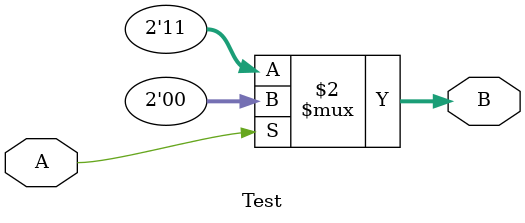
<source format=v>
`timescale 1ns / 1ps

module Test(
    input A,
    output [1:0] B
    );

assign B=(A==1'b1)? 2'b00:2'b11;   
 
endmodule

</source>
